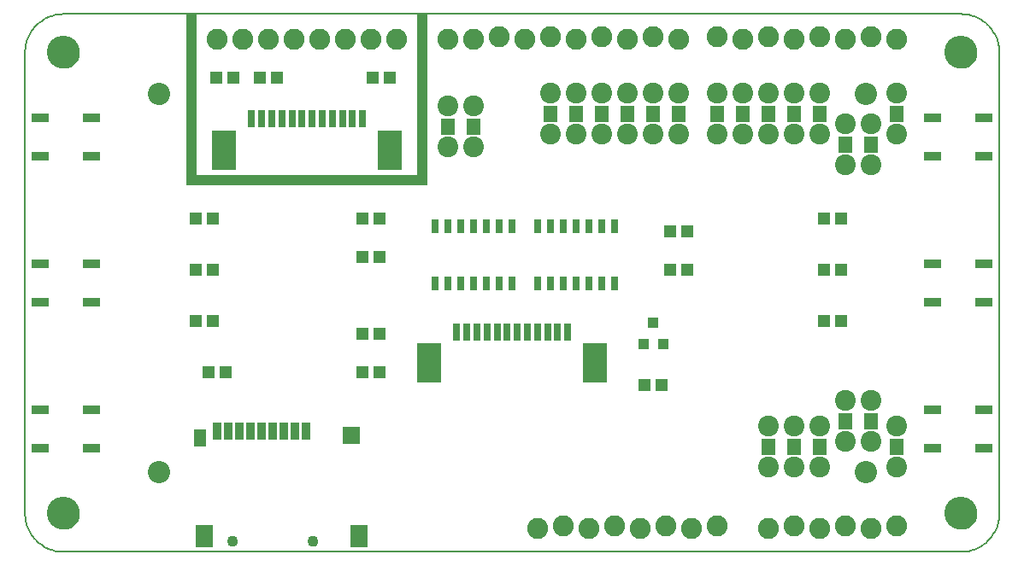
<source format=gts>
G75*
%MOIN*%
%OFA0B0*%
%FSLAX24Y24*%
%IPPOS*%
%LPD*%
%AMOC8*
5,1,8,0,0,1.08239X$1,22.5*
%
%ADD10C,0.0050*%
%ADD11C,0.0000*%
%ADD12C,0.1280*%
%ADD13R,0.0400X0.6700*%
%ADD14R,0.9400X0.0400*%
%ADD15R,0.0400X0.6300*%
%ADD16R,0.0450X0.0480*%
%ADD17R,0.0680X0.0380*%
%ADD18C,0.0867*%
%ADD19R,0.0380X0.0680*%
%ADD20R,0.0480X0.0680*%
%ADD21R,0.0680X0.0880*%
%ADD22R,0.0680X0.0680*%
%ADD23C,0.0430*%
%ADD24R,0.0277X0.0671*%
%ADD25R,0.0945X0.1575*%
%ADD26C,0.0820*%
%ADD27R,0.0316X0.0552*%
%ADD28R,0.0395X0.0434*%
%ADD29R,0.0580X0.0330*%
%ADD30C,0.0810*%
D10*
X016260Y007643D02*
X016260Y025643D01*
X016262Y025719D01*
X016268Y025795D01*
X016277Y025870D01*
X016291Y025945D01*
X016308Y026019D01*
X016329Y026092D01*
X016353Y026164D01*
X016382Y026235D01*
X016413Y026304D01*
X016448Y026371D01*
X016487Y026436D01*
X016529Y026500D01*
X016574Y026561D01*
X016622Y026620D01*
X016673Y026676D01*
X016727Y026730D01*
X016783Y026781D01*
X016842Y026829D01*
X016903Y026874D01*
X016967Y026916D01*
X017032Y026955D01*
X017099Y026990D01*
X017168Y027021D01*
X017239Y027050D01*
X017311Y027074D01*
X017384Y027095D01*
X017458Y027112D01*
X017533Y027126D01*
X017608Y027135D01*
X017684Y027141D01*
X017760Y027143D01*
X052760Y027143D01*
X052836Y027141D01*
X052912Y027135D01*
X052987Y027126D01*
X053062Y027112D01*
X053136Y027095D01*
X053209Y027074D01*
X053281Y027050D01*
X053352Y027021D01*
X053421Y026990D01*
X053488Y026955D01*
X053553Y026916D01*
X053617Y026874D01*
X053678Y026829D01*
X053737Y026781D01*
X053793Y026730D01*
X053847Y026676D01*
X053898Y026620D01*
X053946Y026561D01*
X053991Y026500D01*
X054033Y026436D01*
X054072Y026371D01*
X054107Y026304D01*
X054138Y026235D01*
X054167Y026164D01*
X054191Y026092D01*
X054212Y026019D01*
X054229Y025945D01*
X054243Y025870D01*
X054252Y025795D01*
X054258Y025719D01*
X054260Y025643D01*
X054260Y007643D01*
X054258Y007567D01*
X054252Y007491D01*
X054243Y007416D01*
X054229Y007341D01*
X054212Y007267D01*
X054191Y007194D01*
X054167Y007122D01*
X054138Y007051D01*
X054107Y006982D01*
X054072Y006915D01*
X054033Y006850D01*
X053991Y006786D01*
X053946Y006725D01*
X053898Y006666D01*
X053847Y006610D01*
X053793Y006556D01*
X053737Y006505D01*
X053678Y006457D01*
X053617Y006412D01*
X053553Y006370D01*
X053488Y006331D01*
X053421Y006296D01*
X053352Y006265D01*
X053281Y006236D01*
X053209Y006212D01*
X053136Y006191D01*
X053062Y006174D01*
X052987Y006160D01*
X052912Y006151D01*
X052836Y006145D01*
X052760Y006143D01*
X017760Y006143D01*
X017684Y006145D01*
X017608Y006151D01*
X017533Y006160D01*
X017458Y006174D01*
X017384Y006191D01*
X017311Y006212D01*
X017239Y006236D01*
X017168Y006265D01*
X017099Y006296D01*
X017032Y006331D01*
X016967Y006370D01*
X016903Y006412D01*
X016842Y006457D01*
X016783Y006505D01*
X016727Y006556D01*
X016673Y006610D01*
X016622Y006666D01*
X016574Y006725D01*
X016529Y006786D01*
X016487Y006850D01*
X016448Y006915D01*
X016413Y006982D01*
X016382Y007051D01*
X016353Y007122D01*
X016329Y007194D01*
X016308Y007267D01*
X016291Y007341D01*
X016277Y007416D01*
X016268Y007491D01*
X016262Y007567D01*
X016260Y007643D01*
D11*
X017160Y007643D02*
X017162Y007692D01*
X017168Y007740D01*
X017178Y007788D01*
X017192Y007835D01*
X017209Y007881D01*
X017230Y007925D01*
X017255Y007967D01*
X017283Y008007D01*
X017315Y008045D01*
X017349Y008080D01*
X017386Y008112D01*
X017425Y008141D01*
X017467Y008167D01*
X017511Y008189D01*
X017556Y008207D01*
X017603Y008222D01*
X017650Y008233D01*
X017699Y008240D01*
X017748Y008243D01*
X017797Y008242D01*
X017845Y008237D01*
X017894Y008228D01*
X017941Y008215D01*
X017987Y008198D01*
X018031Y008178D01*
X018074Y008154D01*
X018115Y008127D01*
X018153Y008096D01*
X018189Y008063D01*
X018221Y008027D01*
X018251Y007988D01*
X018278Y007947D01*
X018301Y007903D01*
X018320Y007858D01*
X018336Y007812D01*
X018348Y007765D01*
X018356Y007716D01*
X018360Y007667D01*
X018360Y007619D01*
X018356Y007570D01*
X018348Y007521D01*
X018336Y007474D01*
X018320Y007428D01*
X018301Y007383D01*
X018278Y007339D01*
X018251Y007298D01*
X018221Y007259D01*
X018189Y007223D01*
X018153Y007190D01*
X018115Y007159D01*
X018074Y007132D01*
X018031Y007108D01*
X017987Y007088D01*
X017941Y007071D01*
X017894Y007058D01*
X017845Y007049D01*
X017797Y007044D01*
X017748Y007043D01*
X017699Y007046D01*
X017650Y007053D01*
X017603Y007064D01*
X017556Y007079D01*
X017511Y007097D01*
X017467Y007119D01*
X017425Y007145D01*
X017386Y007174D01*
X017349Y007206D01*
X017315Y007241D01*
X017283Y007279D01*
X017255Y007319D01*
X017230Y007361D01*
X017209Y007405D01*
X017192Y007451D01*
X017178Y007498D01*
X017168Y007546D01*
X017162Y007594D01*
X017160Y007643D01*
X021086Y009261D02*
X021088Y009300D01*
X021094Y009339D01*
X021104Y009377D01*
X021117Y009414D01*
X021134Y009449D01*
X021154Y009483D01*
X021178Y009514D01*
X021205Y009543D01*
X021234Y009569D01*
X021266Y009592D01*
X021300Y009612D01*
X021336Y009628D01*
X021373Y009640D01*
X021412Y009649D01*
X021451Y009654D01*
X021490Y009655D01*
X021529Y009652D01*
X021568Y009645D01*
X021605Y009634D01*
X021642Y009620D01*
X021677Y009602D01*
X021710Y009581D01*
X021741Y009556D01*
X021769Y009529D01*
X021794Y009499D01*
X021816Y009466D01*
X021835Y009432D01*
X021850Y009396D01*
X021862Y009358D01*
X021870Y009320D01*
X021874Y009281D01*
X021874Y009241D01*
X021870Y009202D01*
X021862Y009164D01*
X021850Y009126D01*
X021835Y009090D01*
X021816Y009056D01*
X021794Y009023D01*
X021769Y008993D01*
X021741Y008966D01*
X021710Y008941D01*
X021677Y008920D01*
X021642Y008902D01*
X021605Y008888D01*
X021568Y008877D01*
X021529Y008870D01*
X021490Y008867D01*
X021451Y008868D01*
X021412Y008873D01*
X021373Y008882D01*
X021336Y008894D01*
X021300Y008910D01*
X021266Y008930D01*
X021234Y008953D01*
X021205Y008979D01*
X021178Y009008D01*
X021154Y009039D01*
X021134Y009073D01*
X021117Y009108D01*
X021104Y009145D01*
X021094Y009183D01*
X021088Y009222D01*
X021086Y009261D01*
X024161Y006552D02*
X024163Y006578D01*
X024169Y006604D01*
X024178Y006628D01*
X024191Y006651D01*
X024208Y006671D01*
X024227Y006689D01*
X024249Y006704D01*
X024272Y006715D01*
X024297Y006723D01*
X024323Y006727D01*
X024349Y006727D01*
X024375Y006723D01*
X024400Y006715D01*
X024424Y006704D01*
X024445Y006689D01*
X024464Y006671D01*
X024481Y006651D01*
X024494Y006628D01*
X024503Y006604D01*
X024509Y006578D01*
X024511Y006552D01*
X024509Y006526D01*
X024503Y006500D01*
X024494Y006476D01*
X024481Y006453D01*
X024464Y006433D01*
X024445Y006415D01*
X024423Y006400D01*
X024400Y006389D01*
X024375Y006381D01*
X024349Y006377D01*
X024323Y006377D01*
X024297Y006381D01*
X024272Y006389D01*
X024248Y006400D01*
X024227Y006415D01*
X024208Y006433D01*
X024191Y006453D01*
X024178Y006476D01*
X024169Y006500D01*
X024163Y006526D01*
X024161Y006552D01*
X027310Y006552D02*
X027312Y006578D01*
X027318Y006604D01*
X027327Y006628D01*
X027340Y006651D01*
X027357Y006671D01*
X027376Y006689D01*
X027398Y006704D01*
X027421Y006715D01*
X027446Y006723D01*
X027472Y006727D01*
X027498Y006727D01*
X027524Y006723D01*
X027549Y006715D01*
X027573Y006704D01*
X027594Y006689D01*
X027613Y006671D01*
X027630Y006651D01*
X027643Y006628D01*
X027652Y006604D01*
X027658Y006578D01*
X027660Y006552D01*
X027658Y006526D01*
X027652Y006500D01*
X027643Y006476D01*
X027630Y006453D01*
X027613Y006433D01*
X027594Y006415D01*
X027572Y006400D01*
X027549Y006389D01*
X027524Y006381D01*
X027498Y006377D01*
X027472Y006377D01*
X027446Y006381D01*
X027421Y006389D01*
X027397Y006400D01*
X027376Y006415D01*
X027357Y006433D01*
X027340Y006453D01*
X027327Y006476D01*
X027318Y006500D01*
X027312Y006526D01*
X027310Y006552D01*
X048645Y009261D02*
X048647Y009300D01*
X048653Y009339D01*
X048663Y009377D01*
X048676Y009414D01*
X048693Y009449D01*
X048713Y009483D01*
X048737Y009514D01*
X048764Y009543D01*
X048793Y009569D01*
X048825Y009592D01*
X048859Y009612D01*
X048895Y009628D01*
X048932Y009640D01*
X048971Y009649D01*
X049010Y009654D01*
X049049Y009655D01*
X049088Y009652D01*
X049127Y009645D01*
X049164Y009634D01*
X049201Y009620D01*
X049236Y009602D01*
X049269Y009581D01*
X049300Y009556D01*
X049328Y009529D01*
X049353Y009499D01*
X049375Y009466D01*
X049394Y009432D01*
X049409Y009396D01*
X049421Y009358D01*
X049429Y009320D01*
X049433Y009281D01*
X049433Y009241D01*
X049429Y009202D01*
X049421Y009164D01*
X049409Y009126D01*
X049394Y009090D01*
X049375Y009056D01*
X049353Y009023D01*
X049328Y008993D01*
X049300Y008966D01*
X049269Y008941D01*
X049236Y008920D01*
X049201Y008902D01*
X049164Y008888D01*
X049127Y008877D01*
X049088Y008870D01*
X049049Y008867D01*
X049010Y008868D01*
X048971Y008873D01*
X048932Y008882D01*
X048895Y008894D01*
X048859Y008910D01*
X048825Y008930D01*
X048793Y008953D01*
X048764Y008979D01*
X048737Y009008D01*
X048713Y009039D01*
X048693Y009073D01*
X048676Y009108D01*
X048663Y009145D01*
X048653Y009183D01*
X048647Y009222D01*
X048645Y009261D01*
X052160Y007643D02*
X052162Y007692D01*
X052168Y007740D01*
X052178Y007788D01*
X052192Y007835D01*
X052209Y007881D01*
X052230Y007925D01*
X052255Y007967D01*
X052283Y008007D01*
X052315Y008045D01*
X052349Y008080D01*
X052386Y008112D01*
X052425Y008141D01*
X052467Y008167D01*
X052511Y008189D01*
X052556Y008207D01*
X052603Y008222D01*
X052650Y008233D01*
X052699Y008240D01*
X052748Y008243D01*
X052797Y008242D01*
X052845Y008237D01*
X052894Y008228D01*
X052941Y008215D01*
X052987Y008198D01*
X053031Y008178D01*
X053074Y008154D01*
X053115Y008127D01*
X053153Y008096D01*
X053189Y008063D01*
X053221Y008027D01*
X053251Y007988D01*
X053278Y007947D01*
X053301Y007903D01*
X053320Y007858D01*
X053336Y007812D01*
X053348Y007765D01*
X053356Y007716D01*
X053360Y007667D01*
X053360Y007619D01*
X053356Y007570D01*
X053348Y007521D01*
X053336Y007474D01*
X053320Y007428D01*
X053301Y007383D01*
X053278Y007339D01*
X053251Y007298D01*
X053221Y007259D01*
X053189Y007223D01*
X053153Y007190D01*
X053115Y007159D01*
X053074Y007132D01*
X053031Y007108D01*
X052987Y007088D01*
X052941Y007071D01*
X052894Y007058D01*
X052845Y007049D01*
X052797Y007044D01*
X052748Y007043D01*
X052699Y007046D01*
X052650Y007053D01*
X052603Y007064D01*
X052556Y007079D01*
X052511Y007097D01*
X052467Y007119D01*
X052425Y007145D01*
X052386Y007174D01*
X052349Y007206D01*
X052315Y007241D01*
X052283Y007279D01*
X052255Y007319D01*
X052230Y007361D01*
X052209Y007405D01*
X052192Y007451D01*
X052178Y007498D01*
X052168Y007546D01*
X052162Y007594D01*
X052160Y007643D01*
X048645Y024025D02*
X048647Y024064D01*
X048653Y024103D01*
X048663Y024141D01*
X048676Y024178D01*
X048693Y024213D01*
X048713Y024247D01*
X048737Y024278D01*
X048764Y024307D01*
X048793Y024333D01*
X048825Y024356D01*
X048859Y024376D01*
X048895Y024392D01*
X048932Y024404D01*
X048971Y024413D01*
X049010Y024418D01*
X049049Y024419D01*
X049088Y024416D01*
X049127Y024409D01*
X049164Y024398D01*
X049201Y024384D01*
X049236Y024366D01*
X049269Y024345D01*
X049300Y024320D01*
X049328Y024293D01*
X049353Y024263D01*
X049375Y024230D01*
X049394Y024196D01*
X049409Y024160D01*
X049421Y024122D01*
X049429Y024084D01*
X049433Y024045D01*
X049433Y024005D01*
X049429Y023966D01*
X049421Y023928D01*
X049409Y023890D01*
X049394Y023854D01*
X049375Y023820D01*
X049353Y023787D01*
X049328Y023757D01*
X049300Y023730D01*
X049269Y023705D01*
X049236Y023684D01*
X049201Y023666D01*
X049164Y023652D01*
X049127Y023641D01*
X049088Y023634D01*
X049049Y023631D01*
X049010Y023632D01*
X048971Y023637D01*
X048932Y023646D01*
X048895Y023658D01*
X048859Y023674D01*
X048825Y023694D01*
X048793Y023717D01*
X048764Y023743D01*
X048737Y023772D01*
X048713Y023803D01*
X048693Y023837D01*
X048676Y023872D01*
X048663Y023909D01*
X048653Y023947D01*
X048647Y023986D01*
X048645Y024025D01*
X052160Y025643D02*
X052162Y025692D01*
X052168Y025740D01*
X052178Y025788D01*
X052192Y025835D01*
X052209Y025881D01*
X052230Y025925D01*
X052255Y025967D01*
X052283Y026007D01*
X052315Y026045D01*
X052349Y026080D01*
X052386Y026112D01*
X052425Y026141D01*
X052467Y026167D01*
X052511Y026189D01*
X052556Y026207D01*
X052603Y026222D01*
X052650Y026233D01*
X052699Y026240D01*
X052748Y026243D01*
X052797Y026242D01*
X052845Y026237D01*
X052894Y026228D01*
X052941Y026215D01*
X052987Y026198D01*
X053031Y026178D01*
X053074Y026154D01*
X053115Y026127D01*
X053153Y026096D01*
X053189Y026063D01*
X053221Y026027D01*
X053251Y025988D01*
X053278Y025947D01*
X053301Y025903D01*
X053320Y025858D01*
X053336Y025812D01*
X053348Y025765D01*
X053356Y025716D01*
X053360Y025667D01*
X053360Y025619D01*
X053356Y025570D01*
X053348Y025521D01*
X053336Y025474D01*
X053320Y025428D01*
X053301Y025383D01*
X053278Y025339D01*
X053251Y025298D01*
X053221Y025259D01*
X053189Y025223D01*
X053153Y025190D01*
X053115Y025159D01*
X053074Y025132D01*
X053031Y025108D01*
X052987Y025088D01*
X052941Y025071D01*
X052894Y025058D01*
X052845Y025049D01*
X052797Y025044D01*
X052748Y025043D01*
X052699Y025046D01*
X052650Y025053D01*
X052603Y025064D01*
X052556Y025079D01*
X052511Y025097D01*
X052467Y025119D01*
X052425Y025145D01*
X052386Y025174D01*
X052349Y025206D01*
X052315Y025241D01*
X052283Y025279D01*
X052255Y025319D01*
X052230Y025361D01*
X052209Y025405D01*
X052192Y025451D01*
X052178Y025498D01*
X052168Y025546D01*
X052162Y025594D01*
X052160Y025643D01*
X021086Y024025D02*
X021088Y024064D01*
X021094Y024103D01*
X021104Y024141D01*
X021117Y024178D01*
X021134Y024213D01*
X021154Y024247D01*
X021178Y024278D01*
X021205Y024307D01*
X021234Y024333D01*
X021266Y024356D01*
X021300Y024376D01*
X021336Y024392D01*
X021373Y024404D01*
X021412Y024413D01*
X021451Y024418D01*
X021490Y024419D01*
X021529Y024416D01*
X021568Y024409D01*
X021605Y024398D01*
X021642Y024384D01*
X021677Y024366D01*
X021710Y024345D01*
X021741Y024320D01*
X021769Y024293D01*
X021794Y024263D01*
X021816Y024230D01*
X021835Y024196D01*
X021850Y024160D01*
X021862Y024122D01*
X021870Y024084D01*
X021874Y024045D01*
X021874Y024005D01*
X021870Y023966D01*
X021862Y023928D01*
X021850Y023890D01*
X021835Y023854D01*
X021816Y023820D01*
X021794Y023787D01*
X021769Y023757D01*
X021741Y023730D01*
X021710Y023705D01*
X021677Y023684D01*
X021642Y023666D01*
X021605Y023652D01*
X021568Y023641D01*
X021529Y023634D01*
X021490Y023631D01*
X021451Y023632D01*
X021412Y023637D01*
X021373Y023646D01*
X021336Y023658D01*
X021300Y023674D01*
X021266Y023694D01*
X021234Y023717D01*
X021205Y023743D01*
X021178Y023772D01*
X021154Y023803D01*
X021134Y023837D01*
X021117Y023872D01*
X021104Y023909D01*
X021094Y023947D01*
X021088Y023986D01*
X021086Y024025D01*
X017160Y025643D02*
X017162Y025692D01*
X017168Y025740D01*
X017178Y025788D01*
X017192Y025835D01*
X017209Y025881D01*
X017230Y025925D01*
X017255Y025967D01*
X017283Y026007D01*
X017315Y026045D01*
X017349Y026080D01*
X017386Y026112D01*
X017425Y026141D01*
X017467Y026167D01*
X017511Y026189D01*
X017556Y026207D01*
X017603Y026222D01*
X017650Y026233D01*
X017699Y026240D01*
X017748Y026243D01*
X017797Y026242D01*
X017845Y026237D01*
X017894Y026228D01*
X017941Y026215D01*
X017987Y026198D01*
X018031Y026178D01*
X018074Y026154D01*
X018115Y026127D01*
X018153Y026096D01*
X018189Y026063D01*
X018221Y026027D01*
X018251Y025988D01*
X018278Y025947D01*
X018301Y025903D01*
X018320Y025858D01*
X018336Y025812D01*
X018348Y025765D01*
X018356Y025716D01*
X018360Y025667D01*
X018360Y025619D01*
X018356Y025570D01*
X018348Y025521D01*
X018336Y025474D01*
X018320Y025428D01*
X018301Y025383D01*
X018278Y025339D01*
X018251Y025298D01*
X018221Y025259D01*
X018189Y025223D01*
X018153Y025190D01*
X018115Y025159D01*
X018074Y025132D01*
X018031Y025108D01*
X017987Y025088D01*
X017941Y025071D01*
X017894Y025058D01*
X017845Y025049D01*
X017797Y025044D01*
X017748Y025043D01*
X017699Y025046D01*
X017650Y025053D01*
X017603Y025064D01*
X017556Y025079D01*
X017511Y025097D01*
X017467Y025119D01*
X017425Y025145D01*
X017386Y025174D01*
X017349Y025206D01*
X017315Y025241D01*
X017283Y025279D01*
X017255Y025319D01*
X017230Y025361D01*
X017209Y025405D01*
X017192Y025451D01*
X017178Y025498D01*
X017168Y025546D01*
X017162Y025594D01*
X017160Y025643D01*
D12*
X017760Y025643D03*
X017760Y007643D03*
X052760Y007643D03*
X052760Y025643D03*
D13*
X031760Y023793D03*
D14*
X027260Y020643D03*
D15*
X022760Y023993D03*
D16*
X023725Y024643D03*
X024394Y024643D03*
X025425Y024643D03*
X026094Y024643D03*
X029825Y024643D03*
X030494Y024643D03*
X030094Y019143D03*
X029425Y019143D03*
X029425Y017643D03*
X030094Y017643D03*
X030094Y014643D03*
X029425Y014643D03*
X029425Y013143D03*
X030094Y013143D03*
X024094Y013143D03*
X023425Y013143D03*
X023594Y015143D03*
X022925Y015143D03*
X022925Y017143D03*
X023594Y017143D03*
X023594Y019143D03*
X022925Y019143D03*
X040425Y012643D03*
X041094Y012643D03*
X047425Y015143D03*
X048094Y015143D03*
X048094Y017143D03*
X047425Y017143D03*
X047425Y019143D03*
X048094Y019143D03*
X042094Y018643D03*
X041425Y018643D03*
X041425Y017143D03*
X042094Y017143D03*
D17*
X051660Y017393D03*
X053660Y017393D03*
X053660Y015893D03*
X051660Y015893D03*
X051660Y011693D03*
X053660Y011693D03*
X053660Y010193D03*
X051660Y010193D03*
X051660Y021593D03*
X053660Y021593D03*
X053660Y023093D03*
X051660Y023093D03*
X018860Y023093D03*
X016860Y023093D03*
X016860Y021593D03*
X018860Y021593D03*
X018860Y017393D03*
X016860Y017393D03*
X016860Y015893D03*
X018860Y015893D03*
X018860Y011693D03*
X016860Y011693D03*
X016860Y010193D03*
X018860Y010193D03*
D18*
X021480Y009261D03*
X021480Y024025D03*
X049039Y024025D03*
X049039Y009261D03*
D19*
X027210Y010843D03*
X026777Y010843D03*
X026344Y010843D03*
X025911Y010843D03*
X025478Y010843D03*
X025045Y010843D03*
X024611Y010843D03*
X024178Y010843D03*
X023745Y010843D03*
D20*
X023097Y010607D03*
D21*
X023234Y006759D03*
X029297Y006759D03*
D22*
X028974Y010689D03*
D23*
X027485Y006552D03*
X024336Y006552D03*
D24*
X033094Y014735D03*
X033488Y014735D03*
X033882Y014735D03*
X034275Y014735D03*
X034669Y014735D03*
X035063Y014735D03*
X035456Y014735D03*
X035850Y014735D03*
X036244Y014735D03*
X036637Y014735D03*
X037031Y014735D03*
X037425Y014735D03*
X029425Y023048D03*
X029031Y023048D03*
X028637Y023048D03*
X028244Y023048D03*
X027850Y023048D03*
X027456Y023048D03*
X027063Y023048D03*
X026669Y023048D03*
X026275Y023048D03*
X025882Y023048D03*
X025488Y023048D03*
X025094Y023048D03*
D25*
X024031Y021828D03*
X030488Y021828D03*
X032031Y013515D03*
X038488Y013515D03*
D26*
X039260Y007143D03*
X038260Y007043D03*
X037260Y007143D03*
X036260Y007043D03*
X040260Y007043D03*
X041260Y007143D03*
X042260Y007043D03*
X043260Y007143D03*
X045260Y007043D03*
X046260Y007143D03*
X047260Y007043D03*
X048260Y007143D03*
X049260Y007043D03*
X050260Y007143D03*
X050260Y026143D03*
X049260Y026243D03*
X048260Y026143D03*
X047260Y026243D03*
X046260Y026143D03*
X045260Y026243D03*
X044260Y026143D03*
X043260Y026243D03*
X041760Y026143D03*
X040760Y026243D03*
X039760Y026143D03*
X038760Y026243D03*
X037760Y026143D03*
X036760Y026243D03*
X035760Y026143D03*
X034760Y026243D03*
X033760Y026143D03*
X032760Y026143D03*
X030760Y026143D03*
X029760Y026143D03*
X028760Y026143D03*
X027760Y026143D03*
X026760Y026143D03*
X025760Y026143D03*
X024760Y026143D03*
X023760Y026143D03*
D27*
X032260Y018846D03*
X032760Y018846D03*
X033260Y018846D03*
X033760Y018846D03*
X034260Y018846D03*
X034760Y018846D03*
X035260Y018846D03*
X036260Y018846D03*
X036760Y018846D03*
X037260Y018846D03*
X037760Y018846D03*
X038260Y018846D03*
X038760Y018846D03*
X039260Y018846D03*
X039260Y016641D03*
X038760Y016641D03*
X038260Y016641D03*
X037760Y016641D03*
X037260Y016641D03*
X036760Y016641D03*
X036260Y016641D03*
X035260Y016641D03*
X034760Y016641D03*
X034260Y016641D03*
X033760Y016641D03*
X033260Y016641D03*
X032760Y016641D03*
X032260Y016641D03*
D28*
X040385Y014250D03*
X041134Y014250D03*
X040760Y015076D03*
D29*
X048260Y011401D03*
X048260Y011081D03*
X049260Y011081D03*
X049260Y011401D03*
X050260Y010401D03*
X050260Y010081D03*
X047260Y010081D03*
X047260Y010401D03*
X046260Y010401D03*
X046260Y010081D03*
X045260Y010085D03*
X045260Y010406D03*
X048260Y021881D03*
X048260Y022201D03*
X049260Y022201D03*
X049260Y021881D03*
X050260Y023081D03*
X050260Y023401D03*
X047260Y023406D03*
X047260Y023085D03*
X046260Y023085D03*
X046260Y023406D03*
X045260Y023406D03*
X045260Y023085D03*
X044260Y023081D03*
X044260Y023401D03*
X043260Y023401D03*
X043260Y023081D03*
X041760Y023081D03*
X041760Y023401D03*
X040760Y023401D03*
X040760Y023081D03*
X039760Y023081D03*
X039760Y023401D03*
X038760Y023401D03*
X038760Y023081D03*
X037760Y023081D03*
X037760Y023401D03*
X036760Y023401D03*
X036760Y023081D03*
X033760Y022901D03*
X033760Y022581D03*
X032760Y022581D03*
X032760Y022901D03*
D30*
X032760Y023543D03*
X033760Y023543D03*
X033760Y021943D03*
X032760Y021943D03*
X036760Y022443D03*
X037760Y022443D03*
X038760Y022443D03*
X039760Y022443D03*
X040760Y022443D03*
X041760Y022443D03*
X043260Y022443D03*
X044260Y022443D03*
X045260Y022443D03*
X046260Y022443D03*
X047260Y022443D03*
X048260Y022843D03*
X049260Y022843D03*
X050260Y022443D03*
X049260Y021243D03*
X048260Y021243D03*
X047260Y024043D03*
X046260Y024043D03*
X045260Y024043D03*
X044260Y024043D03*
X043260Y024043D03*
X041760Y024043D03*
X040760Y024043D03*
X039760Y024043D03*
X038760Y024043D03*
X037760Y024043D03*
X036760Y024043D03*
X050260Y024043D03*
X049260Y012043D03*
X048260Y012043D03*
X047260Y011043D03*
X046260Y011043D03*
X045260Y011043D03*
X045260Y009443D03*
X046260Y009443D03*
X047260Y009443D03*
X048260Y010443D03*
X049260Y010443D03*
X050260Y011043D03*
X050260Y009443D03*
M02*

</source>
